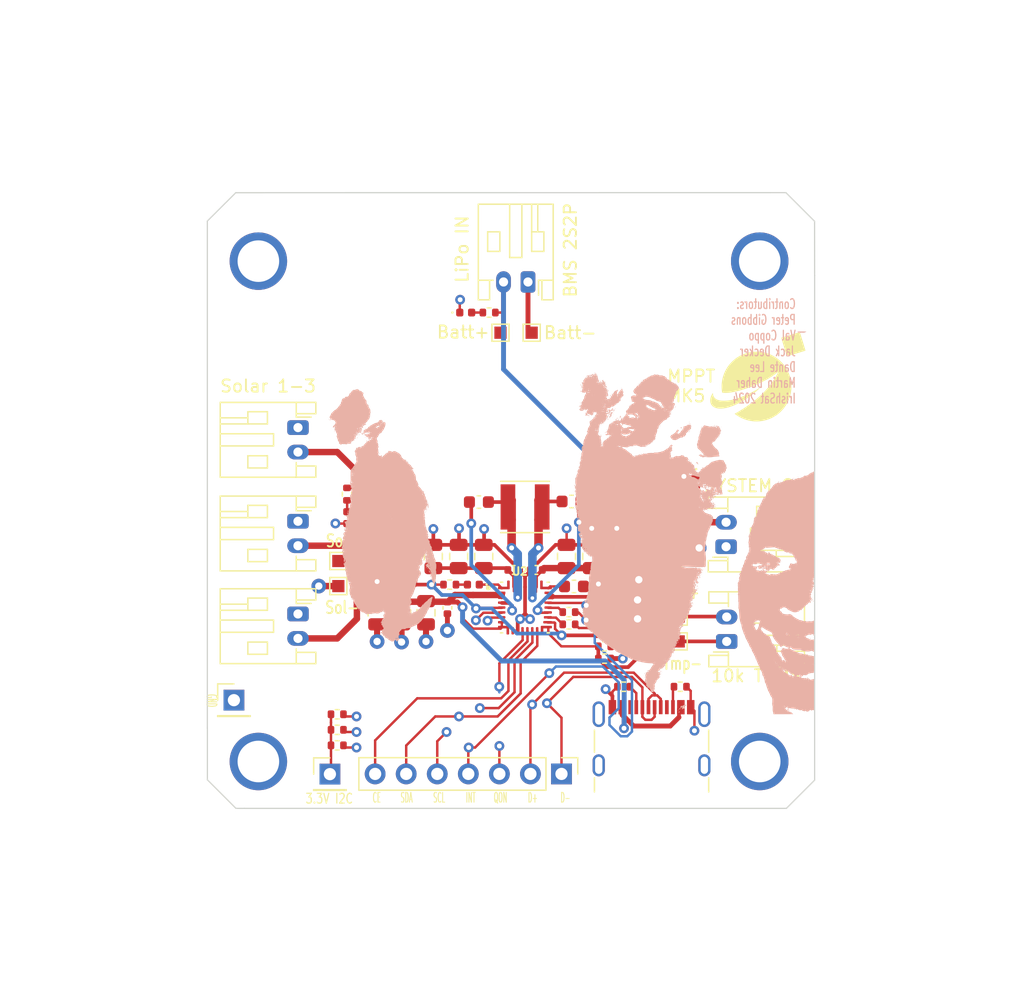
<source format=kicad_pcb>
(kicad_pcb (version 20240108) (generator "pcbnew") (generator_version "8.0")
  (layers (0 "F.Cu" mixed) (1 "In1.Cu" power "GND") (2 "In2.Cu" mixed "Mix") (31 "B.Cu" mixed) (34 "B.Paste" user) (35 "F.Paste" user) (36 "B.SilkS" user "B.Silkscreen") (37 "F.SilkS" user "F.Silkscreen") (38 "B.Mask" user) (39 "F.Mask" user) (44 "Edge.Cuts" user))
  (net 0 "")
  (net 1 "GND")
  (net 2 "Net-(U1-BTST1)")
  (net 3 "Net-(U1-SW1)")
  (net 4 "REGN")
  (net 5 "Net-(U1-SW2)")
  (net 6 "Net-(U1-BTST2)")
  (net 7 "SYS")
  (net 8 "Net-(U1-PMID)")
  (net 9 "Net-(U1-SDRV)")
  (net 10 "Net-(J4-Pin_2)")
  (net 11 "Net-(D1-K)")
  (net 12 "Net-(D1-A)")
  (net 13 "D-")
  (net 14 "D+")
  (net 15 "QON")
  (net 16 "INT")
  (net 17 "SCL")
  (net 18 "SDA")
  (net 19 "CE")
  (net 20 "Net-(U1-PROG)")
  (net 21 "Net-(J7-Pin_2)")
  (net 22 "Net-(U1-BATP)")
  (net 23 "Net-(R11-Pad2)")
  (net 24 "VBUS")
  (net 25 "Net-(J9-CC1)")
  (net 27 "Net-(J9-CC2)")
  (net 29 "Net-(J11-Pin_1)")
  (net 30 "Net-(D2-A)")
  (net 31 "Net-(D3-A)")
  (net 32 "Net-(D4-A)")
  (net 42 "Net-(U2-BAT-Pad22)")
  (net 49 "Net-(U2-VBUS-Pad2)")
  (footprint "Resistor_SMD:R_0402_1005Metric" (layer "F.Cu") (at 98.4484 88.5952 180)
    (property "Reference" "R8" (hide yes))
    (property "Value" "10kOhm" (hide yes))
  )
  (footprint "Connector_USB:USB_C_Receptacle_GCT_USB4105-xx-A_16P_TopMnt_Horizontal" (layer "F.Cu") (at 124.1552 89.154)
    (property "Reference" "J9" (hide yes))
    (property "Value" "USB_C_Receptacle_USB2.0" (hide yes))
  )
  (footprint "Capacitor_SMD:C_0805_2012Metric" (layer "F.Cu") (at 108.38 73.15 90)
    (property "Reference" "C13" (hide yes))
    (property "Value" "10uF" (hide yes))
  )
  (footprint "Resistor_SMD:R_0402_1005Metric" (layer "F.Cu") (at 121.8692 83.8 180)
    (property "Reference" "R12" (hide yes))
    (property "Value" "5.1kOhm" (hide yes))
  )
  (footprint "TestPoint:TestPoint_Pad_1.0x1.0mm" (layer "F.Cu") (at 126.375 78.063)
    (property "Reference" "TP6" (hide yes))
    (property "Value" "Therm-" (hide yes))
  )
  (footprint "Resistor_SMD:R_0402_1005Metric" (layer "F.Cu") (at 120.31 79.5)
    (property "Reference" "R11" (hide yes))
    (property "Value" "3.24k" (hide yes))
  )
  (footprint "Capacitor_SMD:C_0603_1608Metric" (layer "F.Cu") (at 103.76 75.2 180)
    (property "Reference" "C6" (hide yes))
    (property "Value" "4.7uF" (hide yes))
  )
  (footprint "Connector_PinHeader_2.54mm:PinHeader_1x01_P2.54mm_Vertical" (layer "F.Cu") (at 97.85 90.95)
    (property "Reference" "J11" (hide yes))
    (property "Value" "Conn_01x01_Pin" (hide yes))
  )
  (footprint "TestPoint:TestPoint_Pad_1.0x1.0mm" (layer "F.Cu") (at 98.54 73.52)
    (property "Reference" "TP7" (hide yes))
    (property "Value" "Solar+" (hide yes))
  )
  (footprint "Capacitor_SMD:C_0603_1608Metric" (layer "F.Cu") (at 120.86 78.25)
    (property "Reference" "C18" (hide yes))
    (property "Value" "10uF" (hide yes))
  )
  (footprint "Capacitor_SMD:C_0805_2012Metric" (layer "F.Cu") (at 110.43 73.15 90)
    (property "Reference" "C14" (hide yes))
    (property "Value" "10uF" (hide yes))
  )
  (footprint "LED_SMD:LED_0402_1005Metric" (layer "F.Cu") (at 108.955 53.2)
    (property "Reference" "D2" (hide yes))
    (property "Value" "LED" (hide yes))
  )
  (footprint "Capacitor_SMD:C_0805_2012Metric" (layer "F.Cu") (at 119.26 73.15 90)
    (property "Reference" "C9" (hide yes))
    (property "Value" "10uF" (hide yes))
  )
  (footprint "folder:IrishSat" (layer "F.Cu") (at 132.85 58.45)
    (property "Reference" "G***" (hide yes))
    (property "Value" "LOGO" (hide yes))
  )
  (footprint "Resistor_SMD:R_0402_1005Metric" (layer "F.Cu") (at 120.31 81.5)
    (property "Reference" "R6" (hide yes))
    (property "Value" "30.31kOhm" (hide yes))
  )
  (footprint "Inductor_SMD:L_Taiyo-Yuden_NR-40xx" (layer "F.Cu") (at 113.81 69.1)
    (property "Reference" "L1" (hide yes))
    (property "Value" "1uH")
  )
  (footprint "Resistor_SMD:R_0402_1005Metric" (layer "F.Cu") (at 117.4 78.7)
    (property "Reference" "R7" (hide yes))
    (property "Value" "100 Ohm" (hide yes))
  )
  (footprint "MountingHole:MountingHole_2.7mm_M2.5_DIN965_Pad" (layer "F.Cu") (at 133 89.916)
    (property "Reference" "REF**" (hide yes))
    (property "Value" "MountingHole_2.7mm_M2.5_DIN965_Pad" (hide yes))
  )
  (footprint "Connector_JST:JST_PH_S2B-PH-K_1x02_P2.00mm_Horizontal" (layer "F.Cu") (at 95.24 70.27 -90)
    (property "Reference" "J2" (hide yes))
    (property "Value" "Solar 2" (hide yes))
  )
  (footprint "Capacitor_SMD:C_0603_1608Metric" (layer "F.Cu") (at 110.035 68.7)
    (property "Reference" "C5" (hide yes))
    (property "Value" "47nF" (hide yes))
  )
  (footprint "LED_SMD:LED_0402_1005Metric" (layer "F.Cu") (at 109.5825 75.45 180)
    (property "Reference" "D1" (hide yes))
    (property "Value" "LED" (hide yes))
  )
  (footprint "TestPoint:TestPoint_Pad_1.0x1.0mm" (layer "F.Cu") (at 126.375 80.095)
    (property "Reference" "TP5" (hide yes))
    (property "Value" "Therm+" (hide yes))
  )
  (footprint "Resistor_SMD:R_0402_1005Metric" (layer "F.Cu") (at 98.4484 86.0552 180)
    (property "Reference" "R10" (hide yes))
    (property "Value" "10kOhm" (hide yes))
  )
  (footprint "TestPoint:TestPoint_Pad_1.0x1.0mm" (layer "F.Cu") (at 104.26 73.35)
    (property "Reference" "TP9" (hide yes))
    (property "Value" "REGN Test" (hide yes))
  )
  (footprint "Resistor_SMD:R_0402_1005Metric" (layer "F.Cu") (at 107.65 75.45 180)
    (property "Reference" "R1" (hide yes))
    (property "Value" "2.2kOhm" (hide yes))
  )
  (footprint "Resistor_SMD:R_0402_1005Metric" (layer "F.Cu") (at 117.4 77.7)
    (property "Reference" "R2" (hide yes))
    (property "Value" "8.2kOhm" (hide yes))
  )
  (footprint "Capacitor_SMD:C_0805_2012Metric" (layer "F.Cu") (at 117.2 73.15 90)
    (property "Reference" "C8" (hide yes))
    (property "Value" "10uF" (hide yes))
  )
  (footprint "TestPoint:TestPoint_Pad_1.0x1.0mm" (layer "F.Cu") (at 98.54 75.57)
    (property "Reference" "TP8" (hide yes))
    (property "Value" "Solar-" (hide yes))
  )
  (footprint "Resistor_SMD:R_0402_1005Metric" (layer "F.Cu") (at 98.4484 87.3252 180)
    (property "Reference" "R9" (hide yes))
    (property "Value" "10kOhm" (hide yes))
  )
  (footprint "Resistor_SMD:R_0402_1005Metric" (layer "F.Cu") (at 120.31 80.5 180)
    (property "Reference" "R5" (hide yes))
    (property "Value" "2k" (hide yes))
  )
  (footprint "Connector_JST:JST_PH_S2B-PH-K_1x02_P2.00mm_Horizontal" (layer "F.Cu") (at 95.24 77.85 -90)
    (property "Reference" "J3" (hide yes))
    (property "Value" "Solar 3" (hide yes))
  )
  (footprint "Connector_PinHeader_2.54mm:PinHeader_1x01_P2.54mm_Vertical" (layer "F.Cu") (at 90 84.9)
    (property "Reference" "J10" (hide yes))
    (property "Value" "Conn_GND_Pin" (hide yes))
  )
  (footprint "Capacitor_SMD:C_0603_1608Metric" (layer "F.Cu") (at 117.61 68.65)
    (property "Reference" "C7" (hide yes))
    (property "Value" "47nF" (hide yes))
  )
  (footprint "LED_SMD:LED_0402_1005Metric" (layer "F.Cu") (at 127.8 67.1 -90)
    (property "Reference" "D3" (hide yes))
    (property "Value" "LED" (hide yes))
  )
  (footprint "Capacitor_SMD:C_0603_1608Metric" (layer "F.Cu") (at 117.81 75.6)
    (property "Reference" "C16" (hide yes))
    (property "Value" "1nF" (hide yes))
  )
  (footprint "Resistor_SMD:R_0402_1005Metric" (layer "F.Cu") (at 126.5 83.8)
    (property "Reference" "R13" (hide yes))
    (property "Value" "5.1kOhm" (hide yes))
  )
  (footprint "LED_SMD:LED_0402_1005Metric" (layer "F.Cu") (at 99.26 69.975 90)
    (property "Reference" "D4" (hide yes))
    (property "Value" "LED" (hide yes))
  )
  (footprint "Resistor_SMD:R_0402_1005Metric" (layer "F.Cu") (at 110.87 53.2)
    (property "Reference" "R3" (hide yes))
    (property "Value" "2.2kOhm" (hide yes))
  )
  (footprint "Resistor_SMD:R_0402_1005Metric" (layer "F.Cu") (at 99.25 68.05 90)
    (property "Reference" "R14" (hide yes))
    (property "Value" "2.2kOhm" (hide yes))
  )
  (footprint "TestPoint:TestPoint_Pad_1.0x1.0mm" (layer "F.Cu") (at 114.35 54.85)
    (property "Reference" "TP2" (hide yes))
    (property "Value" "Batt-")
  )
  (footprint "Capacitor_SMD:C_0805_2012Metric" (layer "F.Cu") (at 106.31 73.15 90)
    (property "Reference" "C12" (hide yes))
    (property "Value" "10uF" (hide yes))
  )
  (footprint "MountingHole:MountingHole_2.7mm_M2.5_DIN965_Pad" (layer "F.Cu") (at 92 89.916)
    (property "Reference" "REF**" (hide yes))
    (property "Value" "MountingHole_2.7mm_M2.5_DIN965_Pad" (hide yes))
  )
  (footprint "Connector_PinHeader_2.54mm:PinHeader_1x07_P2.54mm_Vertical" (layer "F.Cu") (at 116.7892 90.932 -90)
    (property "Reference" "J6" (hide yes))
    (property "Value" "Conn_01x07" (hide yes))
  )
  (footprint "Capacitor_SMD:C_0402_1005Metric" (layer "F.Cu") (at 114.74 74.25 180)
    (property "Reference" "C11" (hide yes))
    (property "Value" "0.1uF" (hide yes))
  )
  (footprint "Capacitor_SMD:C_0805_2012Metric" (layer "F.Cu") (at 101.71 77.75 90)
    (property "Reference" "C4" (hide yes))
    (property "Value" "10uF" (hide yes))
  )
  (footprint "MountingHole:MountingHole_2.7mm_M2.5_DIN965_Pad" (layer "F.Cu") (at 92 48.9966)
    (property "Reference" "REF**" (hide yes))
    (property "Value" "MountingHole_2.7mm_M2.5_DIN965_Pad" (hide yes))
  )
  (footprint "BQ25798RQMR:IC_BQ25798RQMR" (layer "F.Cu") (at 113.8 77.325)
    (property "Reference" "U2")
    (property "Value" "BQ25798RQMR")
  )
  (footprint "Connector_JST:JST_PH_S2B-PH-K_1x02_P2.00mm_Horizontal" (layer "F.Cu") (at 114.05 50.7 180)
    (property "Reference" "J4" (hide yes))
    (property "Value" "LiPo" (hide yes))
  )
  (footprint "Connector_JST:JST_PH_S2B-PH-K_1x02_P2.00mm_Horizontal" (layer "F.Cu") (at 130.3 80.1 90)
    (property "Reference" "J7" (hide yes))
    (property "Value" "10kOhm Thermistor" (hide yes))
  )
  (footprint "Capacitor_SMD:C_0805_2012Metric" (layer "F.Cu") (at 105.71 77.75 90)
    (property "Reference" "C2" (hide yes))
    (property "Value" "10uF" (hide yes))
  )
  (footprint "Connector_JST:JST_PH_S2B-PH-K_1x02_P2.00mm_Horizontal" (layer "F.Cu") (at 95.24 62.61 -90)
    (property "Reference" "J1" (hide yes))
    (property "Value" "Solar 1" (hide yes))
  )
  (footprint "Connector_JST:JST_PH_S2B-PH-K_1x02_P2.00mm_Horizontal" (layer "F.Cu") (at 130.25 72.35 90)
    (property "Reference" "J8" (hide yes))
    (property "Value" "System" (hide yes))
  )
  (footprint "Capacitor_SMD:C_0603_1608Metric" (layer "F.Cu") (at 120.86 76.7)
    (property "Reference" "C17" (hide yes))
    (property "Value" "10uF" (hide yes))
  )
  (footprint "Resistor_SMD:R_0402_1005Metric" (layer "F.Cu") (at 127.8 69.04 -90)
    (property "Reference" "R4" (hide yes))
    (property "Value" "2.2kOhm" (hide yes))
  )
  (footprint "TestPoint:TestPoint_Pad_1.0x1.0mm" (layer "F.Cu") (at 111.8 54.85)
    (property "Reference" "TP1" (hide yes))
    (property "Value" "Batt+")
  )
  (footprint "Capacitor_SMD:C_0805_2012Metric" (layer "F.Cu") (at 103.71 77.75 90)
    (property "Reference" "C3" (hide yes))
    (property "Value" "0.1uF" (hide yes))
  )
  (footprint "Capacitor_SMD:C_0402_1005Metric" (layer "F.Cu") (at 107.46 77.35 -90)
    (property "Reference" "C1" (hide yes))
    (property "Value" "0.1uF" (hide yes))
  )
  (footprint "TestPoint:TestPoint_Pad_1.0x1.0mm" (layer "F.Cu") (at 126.15 70.35)
    (property "Reference" "TP4" (hide yes))
    (property "Value" "System+" (hide yes))
  )
  (footprint "Capacitor_SMD:C_0805_2012Metric" (layer "F.Cu") (at 121.31 73.15 90)
    (property "Reference" "C10" (hide yes))
    (property "Value" "10uF" (hide yes))
  )
  (footprint "TestPoint:TestPoint_Pad_1.0x1.0mm" (layer "F.Cu") (at 126.15 72.45)
    (property "Reference" "TP3" (hide yes))
    (property "Value" "System-" (hide yes))
  )
  (footprint "MountingHole:MountingHole_2.7mm_M2.5_DIN965_Pad" (layer "F.Cu") (at 133 48.9966)
    (property "Reference" "REF**" (hide yes))
    (property "Value" "MountingHole_2.7mm_M2.5_DIN965_Pad" (hide yes))
  )
  (footprint "Capacitor_SMD:C_0402_1005Metric" (layer "F.Cu") (at 112.88 74.25)
    (property "Reference" "C15" (hide yes))
    (property "Value" "0.1uF" (hide yes))
  )
  (footprint "LOGO" (layer "B.Cu") (at 117.450447 70.4 180)
    (property "Reference" "G***" (hide yes))
    (property "Value" "LOGO" (hide yes))
  )
  (gr_line (start 137.48665 45.73665) (end 135.14161 43.39413) (stroke (width 0.1)) (layer "Edge.Cuts"))
  (gr_line (start 90.1684 93.7514) (end 90.8558 93.7514) (stroke (width 0.1)) (layer "Edge.Cuts"))
  (gr_line (start 137.4902 50.165) (end 137.48665 45.73665) (stroke (width 0.1)) (layer "Edge.Cuts"))
  (gr_line (start 90.15 43.4) (end 135.14161 43.39413) (stroke (width 0.1)) (layer "Edge.Cuts"))
  (gr_line (start 87.8316 87.1906) (end 87.8316 91.4146) (stroke (width 0.1)) (layer "Edge.Cuts"))
  (gr_line (start 137.4902 50.165) (end 137.4902 91.44) (stroke (width 0.1)) (layer "Edge.Cuts"))
  (gr_line (start 135.1788 93.7514) (end 137.4902 91.44) (stroke (width 0.1)) (layer "Edge.Cuts"))
  (gr_line (start 87.82826 45.71539) (end 90.15 43.4) (stroke (width 0.1)) (layer "Edge.Cuts"))
  (gr_line (start 90.1684 93.7514) (end 87.8316 91.4146) (stroke (width 0.1)) (layer "Edge.Cuts"))
  (gr_line (start 135.1788 93.7514) (end 90.8558 93.7514) (stroke (width 0.1)) (layer "Edge.Cuts"))
  (gr_line (start 87.82826 45.71539) (end 87.82826 87.1906) (stroke (width 0.1)) (layer "Edge.Cuts"))
  (gr_text "Contributors:\nPeter Gibbons\nVal Coppo\nJack Decker\nDante Lee\nMartin Daher\nIrishSat 2024" (at 136 60.7 0) (layer "B.SilkS") (effects (font (size 0.8 0.5) (thickness 0.1) (bold yes)) (justify left bottom mirror)))
  (gr_text "QON" (at 111.2012 93.345 0) (layer "F.SilkS") (effects (font (size 0.8 0.35) (thickness 0.08) (bold yes)) (justify left bottom)))
  (gr_text "SCL" (at 106.2482 93.345 0) (layer "F.SilkS") (effects (font (size 0.8 0.35) (thickness 0.08) (bold yes)) (justify left bottom)))
  (gr_text "3.3V I2C" (at 97.8 92.95 0) (layer "F.SilkS") (effects (font (size 0.8 0.6) (thickness 0.1) (bold yes))))
  (gr_text "LiPo IN\n" (at 109.25 50.85 90) (layer "F.SilkS") (effects (font (size 1 1)) (justify left bottom)))
  (gr_text "Solar 1-3" (at 88.79 59.8 0) (layer "F.SilkS") (effects (font (size 1 1)) (justify left bottom)))
  (gr_text "Sol-" (at 98.84 77.32 0) (layer "F.SilkS") (effects (font (size 1 0.75))))
  (gr_text "SYSTEM Out\n" (at 128.35 67.95 0) (layer "F.SilkS") (effects (font (size 1 1)) (justify left bottom)))
  (gr_text "Sol+" (at 98.89 71.87 0) (layer "F.SilkS") (effects (font (size 1 0.75))))
  (gr_text "Sys+" (at 125.95 68.4 0) (layer "F.SilkS") (effects (font (size 1 0.75))))
  (gr_text "SDA\n" (at 103.5812 93.345 0) (layer "F.SilkS") (effects (font (size 0.8 0.35) (thickness 0.08) (bold yes)) (justify left bottom)))
  (gr_text "GND" (at 87.7 84.35 -90) (layer "F.SilkS") (effects (font (size 0.8 0.35) (thickness 0.08) (bold yes)) (justify left bottom)))
  (gr_text "INT" (at 108.9152 93.345 0) (layer "F.SilkS") (effects (font (size 0.8 0.35) (thickness 0.08) (bold yes)) (justify left bottom)))
  (gr_text "REGN" (at 103.9 71.75 0) (layer "F.SilkS") (effects (font (size 1 0.75))))
  (gr_text "Sys-" (at 126.3 74.15 0) (layer "F.SilkS") (effects (font (size 1 0.75))))
  (gr_text "D+" (at 113.9952 93.345 0) (layer "F.SilkS") (effects (font (size 0.8 0.35) (thickness 0.08) (bold yes)) (justify left bottom)))
  (gr_text "Tmp-" (at 126.675 81.895 0) (layer "F.SilkS") (effects (font (size 1 0.75))))
  (gr_text "MPPT\nMK5\n" (at 125.35 60.6 0) (layer "F.SilkS") (effects (font (size 1 1)) (justify left bottom)))
  (gr_text "10k THMS\n" (at 128.9466 83.495 0) (layer "F.SilkS") (effects (font (size 1 1)) (justify left bottom)))
  (gr_text "Tmp+" (at 126.475 76.095 0) (layer "F.SilkS") (effects (font (size 1 0.75))))
  (gr_text "BMS 2S2P" (at 118.1 52.05 90) (layer "F.SilkS") (effects (font (size 1 1)) (justify left bottom)))
  (gr_text "CE " (at 101.2952 93.345 0) (layer "F.SilkS") (effects (font (size 0.8 0.35) (thickness 0.08) (bold yes)) (justify left bottom)))
  (gr_text "D-" (at 116.6622 93.345 0) (layer "F.SilkS") (effects (font (size 0.8 0.35) (thickness 0.08) (bold yes)) (justify left bottom)))
  (segment (start 120.9552 84.5552) (end 120.9552 84.204) (width 0.2) (layer "F.Cu") (net 1))
  (segment (start 116.31 72.2) (end 114.26 74.25) (width 0.3) (layer "F.Cu") (net 1))
  (segment (start 127.8 66.615) (end 126.815 66.615) (width 0.2) (layer "F.Cu") (net 1))
  (segment (start 114.05 54.55) (end 114.35 54.85) (width 0.4) (layer "F.Cu") (net 1))
  (segment (start 102.985 75.2) (end 101.71 75.2) (width 0.3) (layer "F.Cu") (net 1))
  (segment (start 120.9552 84.204) (end 121.3592 83.8) (width 0.2) (layer "F.Cu") (net 1))
  (segment (start 121.635 76.7) (end 123.01 76.7) (width 0.4) (layer "F.Cu") (net 1))
  (segment (start 114.212044 78.27066) (end 114.212044 78.221841) (width 0.3) (layer "F.Cu") (net 1))
  (segment (start 126.1754 72.4754) (end 126.15 72.45) (width 0.2) (layer "F.Cu") (net 1))
  (segment (start 96.94 75.57) (end 98.54 75.57) (width 0.525) (layer "F.Cu") (net 1))
  (segment (start 113.81 74.77) (end 114.23 74.35) (width 0.3) (layer "F.Cu") (net 1))
  (segment (start 117.2 72.2) (end 116.31 72.2) (width 0.3) (layer "F.Cu") (net 1))
  (segment (start 121.635 78.25) (end 123.01 78.25) (width 0.4) (layer "F.Cu") (net 1))
  (segment (start 121.8 81.5) (end 120.82 81.5) (width 0.4) (layer "F.Cu") (net 1))
  (segment (start 103.71 78.8) (end 103.71 80.15) (width 0.5) (layer "F.Cu") (net 1))
  (segment (start 113.402439 78.260955) (end 113.402439 78.23384) (width 0.3) (layer "F.Cu") (net 1))
  (segment (start 126.815 66.615) (end 126.8 66.6) (width 0.2) (layer "F.Cu") (net 1))
  (segment (start 101.71 78.75) (end 101.71 80.1) (width 0.5) (layer "F.Cu") (net 1))
  (segment (start 119.26 72.15) (end 119.26 70.85) (width 0.2) (layer "F.Cu") (net 1))
  (segment (start 98.31 70.46) (end 98.3 70.45) (width 0.2) (layer "F.Cu") (net 1))
  (segment (start 99.26 70.46) (end 98.31 70.46) (width 0.2) (layer "F.Cu") (net 1))
  (segment (start 127.6604 85.7792) (end 127.6604 87.397) (width 0.2) (layer "F.Cu") (net 1))
  (segment (start 113.81 75.65) (end 113.81 77.819797) (width 0.3) (layer "F.Cu") (net 1))
  (segment (start 113.36 74.25) (end 113.36 74.32) (width 0.2) (layer "F.Cu") (net 1))
  (segment (start 113.21 79.25) (end 112.81 79.25) (width 0.25) (layer "F.Cu") (net 1))
  (segment (start 127.01 83.8) (end 127.3552 84.1452) (width 0.2) (layer "F.Cu") (net 1))
  (segment (start 121.31 72.15) (end 121.31 70.85) (width 0.2) (layer "F.Cu") (net 1))
  (segment (start 113.21 79.25) (end 113.21 78.453394) (width 0.3) (layer "F.Cu") (net 1))
  (segment (start 113.36 74.32) (end 113.81 74.77) (width 0.3) (layer "F.Cu") (net 1))
  (segment (start 110.43 72.2) (end 111.31 72.2) (width 0.3) (layer "F.Cu") (net 1))
  (segment (start 118.8 78.349003) (end 118.150997 77.7) (width 0.2) (layer "F.Cu") (net 1))
  (segment (start 127.3552 84.1452) (end 127.3552 85.474) (width 0.2) (layer "F.Cu") (net 1))
  (segment (start 117.21 72.15) (end 117.21 70.85) (width 0.2) (layer "F.Cu") (net 1))
  (segment (start 121.635 78.25) (end 121.635 76.7) (width 0.4) (layer "F.Cu") (net 1))
  (segment (start 108.38 72.2) (end 110.43 72.2) (width 0.3) (layer "F.Cu") (net 1))
  (segment (start 105.71 78.75) (end 105.71 80.1) (width 0.5) (layer "F.Cu") (net 1))
  (segment (start 114.05 50.7) (end 114.05 54.55) (width 0.4) (layer "F.Cu") (net 1))
  (segment (start 113.982431 77.992228) (end 113.813241 77.823038) (width 0.2) (layer "F.Cu") (net 1))
  (segment (start 119.61 75.6) (end 119.81 75.4) (width 0.2) (layer "F.Cu") (net 1))
  (segment (start 113.81 74.95) (end 113.81 74.77) (width 0.3) (layer "F.Cu") (net 1))
  (segment (start 130.295 80.095) (end 126.375 80.095) (width 0.3) (layer "F.Cu") (net 1))
  (segment (start 106.31 72.2) (end 108.38 72.2) (width 0.3) (layer "F.Cu") (net 1))
  (segment (start 113.81 75.65) (end 113.81 74.95) (width 0.3) (layer "F.Cu") (net 1))
  (segment (start 113.21 78.453394) (end 113.402439 78.260955) (width 0.3) (layer "F.Cu") (net 1))
  (segment (start 106.31 72.2) (end 106.31 70.9) (width 0.3) (layer "F.Cu") (net 1))
  (segment (start 121.31 72.2) (end 119.26 72.2) (width 0.3) (layer "F.Cu") (net 1))
  (segment (start 113.402439 78.23384) (end 113.813241 77.823038) (width 0.3) (layer "F.Cu") (net 1))
  (segment (start 111.31 72.2) (end 113.36 74.25) (width 0.3) (layer "F.Cu") (net 1))
  (segment (start 108.47 53.2) (end 108.47 52.18) (width 0.2) (layer "F.Cu") (net 1))
  (segment (start 128.05 72.45) (end 126.15 72.45) (width 0.7) (layer "F.Cu") (net 1))
  (segment (start 117.2 72.2) (end 119.26 72.2) (width 0.3) (layer "F.Cu") (net 1))
  (segment (start 110.46 72.2) (end 110.46 70.9) (width 0.3) (layer "F.Cu") (net 1))
  (segment (start 113.644051 77.992228) (end 113.813241 77.823038) (width 0.2) (layer "F.Cu") (net 1))
  (segment (start 107.46 77.875) (end 107.46 79.2) (width 0.4) (layer "F.Cu") (net 1))
  (segment (start 108.41 72.15) (end 108.41 70.85) (width 0.3) (layer "F.Cu") (net 1))
  (segment (start 127.3552 85.474) (end 127.6604 85.7792) (width 0.2) (layer "F.Cu") (net 1))
  (segment (start 120.9552 84.5552) (end 120.9552 85.409) (width 0.3) (layer "F.Cu") (net 1))
  (segment (start 114.212044 78.221841) (end 113.813241 77.823038) (width 0.3) (layer "F.Cu") (net 1))
  (segment (start 120.4 84) (end 120.9552 84.5552) (width 0.3) (layer "F.Cu") (net 1))
  (segment (start 118.585 75.6) (end 119.61 75.6) (width 0.2) (layer "F.Cu") (net 1))
  (segment (start 108.47 52.18) (end 108.5 52.15) (width 0.2) (layer "F.Cu") (net 1))
  (via (at 108.41 70.85) (size 0.8) (drill 0.4) (layers "F.Cu" "B.Cu") (net 1))
  (via (at 108.5 52.15) (size 0.8) (drill 0.4) (layers "F.Cu" "B.Cu") (net 1))
  (via (at 105.71 80.1) (size 1.2) (drill 0.6) (layers "F.Cu" "B.Cu") (net 1))
  (via (at 123.01 76.7) (size 1.2) (drill 0.6) (layers "F.Cu" "B.Cu") (net 1))
  (via (at 103.71 80.15) (size 1.2) (drill 0.6) (layers "F.Cu" "B.Cu") (net 1))
  (via (at 120.4 84) (size 0.8) (drill 0.4) (layers "F.Cu" "B.Cu") (net 1))
  (via (at 123.01 78.25) (size 1.2) (drill 0.6) (layers "F.Cu" "B.Cu") (net 1))
  (via (at 113.402439 78.260955) (size 0.8) (drill 0.4) (layers "F.Cu" "B.Cu") (net 1))
  (via (at 96.94 75.57) (size 1.2) (drill 0.6) (layers "F.Cu" "B.Cu") (net 1))
  (via (at 107.46 79.2) (size 1.2) (drill 0.6) (layers "F.Cu" "B.Cu") (net 1))
  (via (at 106.31 70.9) (size 0.8) (drill 0.4) (layers "F.Cu" "B.Cu") (net 1))
  (via (at 114.212044 78.27066) (size 0.8) (drill 0.4) (layers "F.Cu" "B.Cu") (net 1))
  (via (at 110.46 70.9) (size 0.8) (drill 0.4) (layers "F.Cu" "B.Cu") (net 1))
  (via (at 126.8 66.6) (size 0.8) (drill 0.4) (layers "F.Cu" "B.Cu") (net 1))
  (via (at 119.81 75.4) (size 0.8) (drill 0.4) (layers "F.Cu" "B.Cu") (net 1))
  (via (at 101.71 80.1) (size 1.2) (drill 0.6) (layers "F.Cu" "B.Cu") (net 1))
  (via (at 119.26 70.85) (size 0.8) (drill 0.4) (layers "F.Cu" "B.Cu") (net 1))
  (via (at 121.8 81.5) (size 0.8) (drill 0.4) (layers "F.Cu" "B.Cu") (net 1))
  (via (at 117.21 70.85) (size 0.8) (drill 0.4) (layers "F.Cu" "B.Cu") (net 1))
  (via (at 98.3 70.45) (size 0.8) (drill 0.4) (layers "F.Cu" "B.Cu") (net 1))
  (via (at 127.6604 87.397) (size 0.8) (drill 0.4) (layers "F.Cu" "B.Cu") (net 1))
  (via (at 101.71 75.2) (size 0.8) (drill 0.4) (layers "F.Cu" "B.Cu") (net 1))
  (via (at 128.05 72.45) (size 1.2) (drill 0.6) (layers "F.Cu" "B.Cu") (net 1))
  (via (at 121.31 70.85) (size 0.8) (drill 0.4) (layers "F.Cu" "B.Cu") (net 1))
  (via (at 118.8 78.349003) (size 0.8) (drill 0.4) (layers "F.Cu" "B.Cu") (net 1))
  (segment (start 109.41 70.45) (end 109.41 68.85) (width 0.3) (layer "F.Cu") (net 2))
  (segment (start 112.753696 77.193696) (end 112.51 76.95) (width 0.3) (layer "F.Cu") (net 2))
  (segment (start 109.41 68.85) (end 109.26 68.7) (width 0.3) (layer "F.Cu") (net 2))
  (segment (start 112.51 76.95) (end 111.91 76.95) (width 0.3) (layer "F.Cu") (net 2))
  (segment (start 112.753696 77.566958) (end 112.753696 77.193696) (width 0.3) (layer "F.Cu") (net 2))
  (via (at 109.41 70.45) (size 0.8) (drill 0.4) (layers "F.Cu" "B.Cu") (net 2))
  (via (at 112.753696 77.566958) (size 0.8) (drill 0.4) (layers "F.Cu" "B.Cu") (net 2))
  (segment (start 112.753696 77.566958) (end 112.753696 77.178724) (width 0.3) (layer "B.Cu") (net 2))
  (segment (start 112.753696 77.178724) (end 111.11 75.535028) (width 0.3) (layer "B.Cu") (net 2))
  (segment (start 109.41 73.85) (end 109.41 70.45) (width 0.3) (layer "B.Cu") (net 2))
  (segment (start 111.11 75.535028) (end 111.095028 75.535028) (width 0.2) (layer "B.Cu") (net 2))
  (segment (start 111.095028 75.535028) (end 109.41 73.85) (width 0.3) (layer "B.Cu") (net 2))
  (segment (start 111.96 68.7) (end 112.41 68.25) (width 0.2) (layer "F.Cu") (net 3))
  (segment (start 112.71 68.55) (end 112.41 68.25) (width 0.7) (layer "F.Cu") (net 3))
  (segment (start 113.2105 76.501845) (end 113.36 76.352345) (width 0.3) (layer "F.Cu") (net 3))
  (segment (start 112.71 72.45) (end 112.71 70.15) (width 0.7) (layer "F.Cu") (net 3))
  (segment (start 110.81 68.7) (end 111.96 68.7) (width 0.3) (layer "F.Cu") (net 3))
  (segment (start 112.71 70.15) (end 112.71 68.55) (width 0.7) (layer "F.Cu") (net 3))
  (segment (start 113.36 76.352345) (end 113.36 75.65) (width 0.3) (layer "F.Cu") (net 3))
  (via (at 113.2105 76.501845) (size 0.5) (drill 0.3) (layers "F.Cu" "B.Cu") (net 3))
  (via (at 112.71 72.45) (size 0.8) (drill 0.4) (layers "F.Cu" "B.Cu") (net 3))
  (segment (start 113.2105 76.501845) (end 113.21 76.501345) (width 0.7) (layer "B.Cu") (net 3))
  (segment (start 113.21 72.95) (end 112.71 72.45) (width 0.7) (layer "B.Cu") (net 3))
  (segment (start 113.21 76.501345) (end 113.21 72.95) (width 0.7) (layer "B.Cu") (net 3))
  (segment (start 116.265 79.075) (end 116.265 78.605) (width 0.2) (layer "F.Cu") (net 4))
  (segment (start 106.16 75.45) (end 107.14 75.45) (width 0.2) (layer "F.Cu") (net 4))
  (segment (start 109.85 77.35) (end 111.91 77.35) (width 0.2) (layer "F.Cu") (net 4))
  (segment (start 116.265 78.605) (end 116.21 78.55) (width 0.2) (layer "F.Cu") (net 4))
  (segment (start 104.535 73.625) (end 104.26 73.35) (width 0.2) (layer "F.Cu") (net 4))
  (segment (start 106.16 75.45) (end 104.785 75.45) (width 0.3) (layer "F.Cu") (net 4))
  (segment (start 109.8 77.4) (end 109.85 77.35) (width 0.2) (layer "F.Cu") (net 4))
  (segment (start 116.275 79.075) (end 116.265 79.075) (width 0.2) (layer "F.Cu") (net 4))
  (segment (start 116.8 79.6) (end 116.275 79.075) (width 0.2) (layer "F.Cu") (net 4))
  (segment (start 116.21 78.55) (end 115.66 78.55) (width 0.2) (layer "F.Cu") (net 4))
  (segment (start 104.785 75.45) (end 104.535 75.2) (width 0.3) (layer "F.Cu") (net 4))
  (segment (start 104.535 75.2) (end 104.535 73.625) (width 0.3) (layer "F.Cu") (net 4))
  (segment (start 116.8 79.6) (end 119.7 79.6) (width 0.3) (layer "F.Cu") (net 4))
  (segment (start 119.7 79.6) (end 119.8 79.5) (width 0.3) (layer "F.Cu") (net 4))
  (via (at 109.8 77.4) (size 0.8) (drill 0.4) (layers "F.Cu" "B.Cu") (net 4))
  (via (at 106.16 75.45) (size 0.8) (drill 0.4) (layers "F.Cu" "B.Cu") (net 4))
  (via (at 116.8 79.6) (size 0.8) (drill 0.4) (layers "F.Cu" "B.Cu") (net 4))
  (segment (start 116.8 79.6) (end 116.65 79.45) (width 0.3) (layer "B.Cu") (net 4))
  (segment (start 109.8 77.4) (end 108.7 76.3) (width 0.3) (layer "B.Cu") (net 4))
  (segment (start 113.140761 79.45) (end 111.090761 77.4) (width 0.3) (layer "B.Cu") (net 4))
  (segment (start 108.7 76.3) (end 107.01 76.3) (width 0.3) (layer "B.Cu") (net 4))
  (segment (start 116.65 79.45) (end 113.140761 79.45) (width 0.3) (layer "B.Cu") (net 4))
  (segment (start 111.090761 77.4) (end 109.8 77.4) (width 0.3) (layer "B.Cu") (net 4))
  (segment (start 107.01 76.3) (end 106.16 75.45) (width 0.3) (layer "B.Cu") (net 4))
  (segment (start 114.91 72.45) (end 114.91 70.15) (width 0.7) (layer "F.Cu") (net 5))
  (segment (start 114.4095 76.552047) (end 114.26 76.402547) (width 0.3) (layer "F.Cu") (net 5))
  (segment (start 114.26 76.402547) (end 114.26 75.65) (width 0.3) (layer "F.Cu") (net 5))
  (segment (start 114.91 70.15) (end 114.91 68.55) (width 0.7) (layer "F.Cu") (net 5))
  (segment (start 116.835 68.65) (end 115.61 68.65) (width 0.3) (layer "F.Cu") (net 5))
  (segment (start 115.61 68.65) (end 115.21 68.25) (width 0.2) (layer "F.Cu") (net 5))
  (segment (start 114.91 68.55) (end 115.21 68.25) (width 0.7) (layer "F.Cu") (net 5))
  (via (at 114.91 72.45) (size 0.8) (drill 0.4) (layers "F.Cu" "B.Cu") (net 5))
  (via (at 114.4095 76.552047) (size 0.5) (drill 0.3) (layers "F.Cu" "B.Cu") (net 5))
  (segment (start 114.41 76.551547) (end 114.41 72.95) (width 0.7) (layer "B.Cu") (net 5))
  (segment (start 114.4095 76.552047) (end 114.41 76.551547) (width 0.7) (layer "B.Cu") (net 5))
  (segment (start 114.41 72.95) (end 114.91 72.45) (width 0.7) (layer "B.Cu") (net 5))
  (segment (start 118.21 68.825) (end 118.385 68.65) (width 0.3) (layer "F.Cu") (net 6))
  (segment (start 115.041083 77.75) (end 114.831365 77.540282) (width 0.2) (layer "F.Cu") (net 6))
  (segment (start 115.6725 77.75) (end 115.041083 77.75) (width 0.2) (layer "F.Cu") (net 6))
  (segment (start 118.21 70.35) (end 118.21 68.825) (width 0.3) (layer "F.Cu") (net 6))
  (via (at 114.831365 77.540282) (size 0.8) (drill 0.4) (layers "F.Cu" "B.Cu") (net 6))
  (via (at 118.21 70.35) (size 0.8) (drill 0.4) (layers "F.Cu" "B.Cu") (net 6))
  (segment (start 114.831365 77.228635) (end 118.21 73.85) (width 0.3) (layer "B.Cu") (net 6))
  (segment (start 118.21 73.85) (end 118.21 70.35) (width 0.3) (layer "B.Cu") (net 6))
  (segment (start 114.831365 77.540282) (end 114.831365 77.228635) (width 0.3) (layer "B.Cu") (net 6))
  (segment (start 127.8 70.35) (end 126.15 70.35) (width 0.525) (layer "F.Cu") (net 7))
  (segment (start 127.8 69.55) (end 127.8 70.35) (width 0.2) (layer "F.Cu") (net 7))
  (segment (start 117.2 74.1) (end 119.26 74.1) (width 0.525) (layer "F.Cu") (net 7))
  (segment (start 114.71 74.83) (end 114.71 74.76) (width 0.2) (layer "F.Cu") (net 7))
  (segment (start 114.71 74.76) (end 115.22 74.25) (width 0.3) (layer "F.Cu") (net 7))
  (segment (start 125.06 70.35) (end 126.15 70.35) (width 0.525) (layer "F.Cu") (net 7))
  (segment (start 115.37 74.1) (end 115.22 74.25) (width 0.525) (layer "F.Cu") (net 7))
  (segment (start 123.11 72.3) (end 125.06 70.35) (width 0.525) (layer "F.Cu") (net 7))
  (segment (start 130.25 70.35) (end 127.8 70.35) (width 0.525) (layer "F.Cu") (net 7))
  (segment (start 123.11 72.3) (end 121.31 74.1) (width 0.525) (layer "F.Cu") (net 7))
  (segment (start 114.71 75.65) (end 114.71 74.83) (width 0.3) (layer "F.Cu") (net 7))
  (segment (start 119.26 74.1) (end 121.31 74.1) (width 0.525) (layer "F.Cu") (net 7))
  (segment (start 117.2 74.1) (end 115.37 74.1) (width 0.525) (layer "F.Cu") (net 7))
  (segment (start 112.91 74.76) (end 112.4 74.25) (width 0.3) (layer "F.Cu") (net 8))
  (segment (start 110.43 74.1) (end 112.25 74.1) (width 0.3) (layer "F.Cu") (net 8))
  (segment (start 108.38 74.1) (end 106.31 74.1) (width 0.3) (layer "F.Cu") (net 8))
  (segment (start 112.91 75.625) (end 112.91 74.93) (width 0.3) (layer "F.Cu") (net 8))
  (segment (start 112.25 74.1) (end 112.4 74.25) (width 0.2) (layer "F.Cu") (net 8))
  (segment (start 112.91 74.93) (end 112.91 74.76) (width 0.3) (layer "F.Cu") (net 8))
  (segment (start 110.43 74.1) (end 108.38 74.1) (width 0.3) (layer "F.Cu") (net 8))
  (segment (start 117.035 75.6) (end 115.86 75.6) (width 0.2) (layer "F.Cu") (net 9))
  (segment (start 115.86 75.6) (end 115.71 75.75) (width 0.2) (layer "F.Cu") (net 9))
  (segment (start 115.71 76.35) (end 115.71 76.15) (width 0.2) (layer "F.Cu") (net 10))
  (segment (start 120.085 78.25) (end 119.96 78.375) (width 0.3) (layer "F.Cu") (net 10))
  (segment (start 111.38 53.2) (end 112.05 53.2) (width 0.2) (layer "F.Cu") (net 10))
  (segment (start 115.71 76.55) (end 115.71 76.35) (width 0.2) (layer "F.Cu") (net 10))
  (segment (start 115.71 76.55) (end 116.06 76.55) (width 0.2) (layer "F.Cu") (net 10))
  (segment (start 118.209003 78.999003) (end 119.335997 78.999003) (width 0.2) (layer "F.Cu") (net 10))
  (segment (start 120.085 78.25) (end 120.085 77.5) (width 0.3) (layer "F.Cu") (net 10))
  (segment (start 112.05 50.7) (end 112.05 53.2) (width 0.4) (layer "F.Cu") (net 10))
  (segment (start 116.06 76.35) (end 115.71 76.35) (width 0.3) (layer "F.Cu") (net 10))
  (segment (start 112.05 53.2) (end 112.05 54.6) (width 0.4) (layer "F.Cu") (net 10))
  (segment (start 120.085 76.7) (end 119.835 76.45) (width 0.3) (layer "F.Cu") (net 10))
  (segment (start 121.736961 75.048039) (end 123.112669 75.048039) (width 0.3) (layer "F.Cu") (net 10))
  (segment (start 120.085 77.5) (end 120.085 76.7) (width 0.3) (layer "F.Cu") (net 10))
  (segment (start 119.335997 78.999003) (end 120.085 78.25) (width 0.2) (layer "F.Cu") (net 10))
  (segment (start 116.06 76.55) (end 116.16 76.45) (width 0.2) (layer "F.Cu") (net 10))
  (segment (start 117.91 78.7) (end 118.209003 78.999003) (width 0.2) (layer "F.Cu") (net 10))
  (segment (start 112.05 54.6) (end 111.8 54.85) (width 0.4) (layer "F.Cu") (net 10))
  (segment (start 119.835 76.45) (end 116.16 76.45) (width 0.3) (layer "F.Cu") (net 10))
  (segment (start 116.16 76.45) (end 116.06 76.35) (width 0.3) (layer "F.Cu") (net 10))
  (segment (start 120.085 76.7) (end 121.736961 75.048039) (width 0.3) (layer "F.Cu") (net 10))
  (via (at 123.112669 75.048039) (size 1.2) (drill 0.6) (layers "F.Cu" "B.Cu") (net 10))
  (segment (start 112.05 57.84) (end 123.11 68.9) (width 0.4) (layer "B.Cu") (net 10))
  (segment (start 123.11 68.9) (end 123.11 75.04537) (width 0.4) (layer "B.Cu") (net 10))
  (segment (start 112.05 50.7) (end 112.05 57.84) (width 0.4) (layer "B.Cu") (net 10))
  (segment (start 110.0675 75.45) (end 111.61 75.45) (width 0.2) (layer "F.Cu") (net 11))
  (segment (start 111.61 75.45) (end 111.91 75.75) (width 0.2) (layer "F.Cu") (net 11))
  (segment (start 109.0975 75.45) (end 108.16 75.45) (width 0.2) (layer "F.Cu") (net 12))
  (segment (start 124.4052 86.258) (end 124.4052 85.409) (width 0.2) (layer "F.Cu") (net 13))
  (segment (start 115.6 85.15) (end 116.7892 86.3392) (width 0.2) (layer "F.Cu") (net 13))
  (segment (start 116.7892 86.3392) (end 116.7892 90.932) (width 0.2) (layer "F.Cu") (net 13))
  (segment (start 123.6472 86.508) (end 124.1552 86.508) (width 0.2) (layer "F.Cu") (net 13))
  (segment (start 110.744245 78.4) (end 110.994245 78.15) (width 0.2) (layer "F.Cu") (net 13))
  (segment (start 124.1552 86.508) (end 124.4052 86.258) (width 0.2) (layer "F.Cu") (net 13))
  (segment (start 110.994245 78.15) (end 111.91 78.15) (width 0.2) (layer "F.Cu") (net 13))
  (segment (start 115.6 85.15) (end 117.75 83) (width 0.2) (layer "F.Cu") (net 13))
  (segment (start 123.4052 83.8552) (end 123.4052 86.266) (width 0.2) (layer "F.Cu") (net 13))
  (segment (start 117.75 83) (end 122.55 83) (width 0.2) (layer "F.Cu") (net 13))
  (segment (start 123.4052 86.266) (end 123.6472 86.508) (width 0.2) (layer "F.Cu") (net 13))
  (segment (start 122.55 83) (end 123.4052 83.8552) (width 0.2) (layer "F.Cu") (net 13))
  (via (at 110.744245 78.4) (size 0.8) (drill 0.4) (layers "F.Cu" "B.Cu") (net 13))
  (via (at 115.6 85.15) (size 0.8) (drill 0.4) (layers "F.Cu" "B.Cu") (net 13))
  (segment (start 124.195581 84.509) (end 123.9052 84.799381) (width 0.2) (layer "F.Cu") (net 14))
  (segment (start 117 82.65) (end 122.694974 82.65) (width 0.2) (layer "F.Cu") (net 14))
  (segment (start 110.404745 77.75) (end 111.91 77.75) (width 0.2) (layer "F.Cu") (net 14))
  (segment (start 114.393552 85.256448) (end 117 82.65) (width 0.2) (layer "F.Cu") (net 14))
  (segment (start 124.9052 84.799381) (end 124.614819 84.509) (width 0.2) (layer "F.Cu") (net 14))
  (segment (start 109.786639 78.368106) (end 110.404745 77.75) (width 0.2) (layer "F.Cu") (net 14))
  (segment (start 124.614819 84.509) (end 124.4092 84.509) (width 0.2) (layer "F.Cu") (net 14))
  (segment (start 114.2492 85.395164) (end 114.2492 90.932) (width 0.2) (layer "F.Cu") (net 14))
  (segment (start 122.694974 82.65) (end 124.4092 84.364226) (width 0.2) (layer "F.Cu") (net 14))
  (segment (start 124.4092 84.364226) (end 124.4092 84.509) (width 0.2) (layer "F.Cu") (net 14))
  (segment (start 123.9052 84.799381) (end 123.9052 85.409) (width 0.2) (layer "F.Cu") (net 14))
  (segment (start 124.9052 85.409) (end 124.9052 84.799381) (width 0.2) (layer "F.Cu") (net 14))
  (segment (start 114.387916 85.256448) (end 114.2492 85.395164) (width 0.2) (layer "F.Cu") (net 14))
  (segment (start 114.387916 85.256448) (end 114.393552 85.256448) (width 0.2) (layer "F.Cu") (net 14))
  (segment (start 124.4092 84.509) (end 124.195581 84.509) (width 0.2) (layer "F.Cu") (net 14))
  (via (at 114.387916 85.256448) (size 0.8) (drill 0.4) (layers "F.Cu" "B.Cu") (net 14))
  (via (at 109.786639 78.368106) (size 0.8) (drill 0.4) (layers "F.Cu" "B.Cu") (net 14))
  (segment (start 111.7 83.8) (end 111.71 83.79) (width 0.2) (layer "F.Cu") (net 15))
  (segment (start 113.61 79.99) (end 113.61 79.25) (width 0.2) (layer "F.Cu") (net 15))
  (segment (start 111.71 81.89) (end 113.61 79.99) (width 0.2) (layer "F.Cu") (net 15))
  (segment (start 111.71 83.79) (end 111.71 81.89) (width 0.2) (layer "F.Cu") (net 15))
  (segment (start 111.7092 88.646) (end 111.7092 90.932) (width 0.2) (layer "F.Cu") (net 15))
  (via (at 111.7 83.8) (size 0.8) (drill 0.4) (layers "F.Cu" "B.Cu") (net 15))
  (via (at 111.7092 88.646) (size 0.8) (drill 0.4) (layers "F.Cu" "B.Cu") (net 15))
  (segment (start 111.700353 84.250353) (end 111.7092 84.2592) (width 0.2) (layer "B.Cu") (net 15))
  (segment (start 115.790986 82.709014) (end 109.727 88.773) (width 0.2) (layer "F.Cu") (net 16))
  (segment (start 115.790986 82.690986) (end 115.790986 82.709014) (width 0.2) (layer "F.Cu") (net 16))
  (segment (start 118.81 77.1495) (end 118.6105 76.95) (width 0.2) (layer "F.Cu") (net 16))
  (segment (start 118.6105 76.95) (end 115.71 76.95) (width 0.2) (layer "F.Cu") (net 16))
  (segment (start 109.727 88.773) (end 109.2 88.773) (width 0.2) (layer "F.Cu") (net 16))
  (segment (start 99.8484 88.5952) (end 100.0262 88.773) (width 0.2) (layer "F.Cu") (net 16))
  (segment (start 109.1692 88.8038) (end 109.1692 90.932) (width 0.2) (layer "F.Cu") (net 16))
  (segment (start 100.0262 88.773) (end 99.1362 88.773) (width 0.2) (layer "F.Cu") (net 16))
  (segment (start 109.2 88.773) (end 109.1692 88.8038) (width 0.2) (layer "F.Cu") (net 16))
  (segment (start 99.1362 88.773) (end 98.9584 88.5952) (width 0.2) (layer "F.Cu") (net 16))
  (via (at 115.790986 82.690986) (size 0.8) (drill 0.4) (layers "F.Cu" "B.Cu") (net 16))
  (via (at 118.81 77.1495) (size 0.8) (drill 0.4) (layers "F.Cu" "B.Cu") (net 16))
  (via (at 100.0262 88.773) (size 0.8) (drill 0.4) (layers "F.Cu" "B.Cu") (net 16))
  (via (at 109.2 88.773) (size 0.8) (drill 0.4) (layers "F.Cu" "B.Cu") (net 16))
  (segment (start 122.552287 83.257091) (end 119.51 80.214804) (width 0.2) (layer "B.Cu") (net 16))
  (segment (start 120.7152 86.321183) (end 120.7152 86.932152) (width 0.2) (layer "B.Cu") (net 16))
  (segment (start 122.171526 87.85) (end 122.552287 87.469239) (width 0.2) (layer "B.Cu") (net 16))
  (segment (start 120.7152 86.932152) (end 121.633048 87.85) (width 0.2) (layer "B.Cu") (net 16))
  (segment (start 121.4652 83.442796) (end 121.4652 85.571183) (width 0.2) (layer "B.Cu") (net 16))
  (segment (start 116.332472 82.1495) (end 120.171904 82.1495) (width 0.2) (layer "B.Cu") (net 16))
  (segment (start 115.790986 82.690986) (end 116.332472 82.1495) (width 0.2) (layer "B.Cu") (net 16))
  (segment (start 119.51 77.8495) (end 118.81 77.1495) (width 0.2) (layer "B.Cu") (net 16))
  (segment (start 120.171904 82.1495) (end 121.4652 83.442796) (width 0.2) (layer "B.Cu") (net 16))
  (segment (start 121.4652 85.571183) (end 120.7152 86.321183) (width 0.2) (layer "B.Cu") (net 16))
  (segment (start 121.633048 87.85) (end 122.171526 87.85) (width 0.2) (layer "B.Cu") (net 16))
  (segment (start 122.552287 87.469239) (end 122.552287 83.257091) (width 0.2) (layer "B.Cu") (net 16))
  (segment (start 119.51 80.214804) (end 119.51 77.8495) (width 0.2) (layer "B.Cu") (net 16))
  (segment (start 111.651 85.549) (end 110.109 85.549) (width 0.2) (layer "F.Cu") (net 17))
  (segment (start 106.6292 90.932) (end 106.6292 88.264) (width 0.2) (layer "F.Cu") (net 17))
  (segment (start 106.6292 88.264) (end 107.3902 87.503) (width 0.2) (layer "F.Cu") (net 17))
  (segment (start 112.95 81.65) (end 112.95 84.25) (width 0.2) (layer "F.Cu") (net 17))
  (segment (start 99.8484 87.3252) (end 100.0262 87.503) (width 0.2) (layer "F.Cu") (net 17))
  (segment (start 112.95 84.25) (end 111.651 85.549) (width 0.2) (layer "F.Cu") (net 17))
  (segment (start 100.0262 87.503) (end 99.1362 87.503) (width 0.2) (layer "F.Cu") (net 17))
  (segment (start 114.41 79.25) (end 114.41 80.19) (width 0.2) (layer "F.Cu") (net 17))
  (segment (start 99.1362 87.503) (end 98.9584 87.3252) (width 0.2) (layer "F.Cu") (net 17))
  (segment (start 114.41 80.19) (end 112.95 81.65) (width 0.2) (layer "F.Cu") (net 17))
  (via (at 107.3902 87.503) (size 0.8) (drill 0.4) (layers "F.Cu" "B.Cu") (net 17))
  (via (at 110.109 85.549) (size 0.8) (drill 0.4) (layers "F.Cu" "B.Cu") (net 17))
  (via (at 100.0262 87.503) (size 0.8) (drill 0.4) (layers "F.Cu" "B.Cu") (net 17))
  (segment (start 106.467 86.233) (end 104.0892 88.6108) (width 0.2) (layer "F.Cu") (net 18))
  (segment (start 108.4062 86.233) (end 106.467 86.233) (width 0.2) (layer "F.Cu") (net 18))
  (segment (start 111.567 86.233) (end 113.45 84.35) (width 0.2) (layer "F.Cu") (net 18))
  (segment (start 104.0892 88.6108) (end 104.0892 90.932) (width 0.2) (layer "F.Cu") (net 18))
  (segment (start 113.45 84.35) (end 113.45 81.818481) (width 0.2) (layer "F.Cu") (net 18))
  (segment (start 100.0262 86.233) (end 99.1362 86.233) (width 0.2) (layer "F.Cu") (net 18))
  (segment (start 113.45 81.818481) (end 114.81 80.458481) (width 0.2) (layer "F.Cu") (net 18))
  (segment (start 99.8484 86.0552) (end 100.0262 86.233) (width 0.2) (layer "F.Cu") (net 18))
  (segment (start 108.4062 86.233) (end 111.567 86.233) (width 0.2) (layer "F.Cu") (net 18))
  (segment (start 99.1362 86.233) (end 98.9584 86.0552) (width 0.2) (layer "F.Cu") (net 18))
  (segment (start 114.81 80.458481) (end 114.81 79.25) (width 0.2) (layer "F.Cu") (net 18))
  (via (at 100.0262 86.233) (size 0.8) (drill 0.4) (layers "F.Cu" "B.Cu") (net 18))
  (via (at 108.4062 86.233) (size 0.8) (drill 0.4) (layers "F.Cu" "B.Cu") (net 18))
  (segment (start 108.4062 86.033) (end 108.4062 86.233) (width 0.2) (layer "B.Cu") (net 18))
  (segment (start 114.01 80.095026) (end 114.01 79.25) (width 0.2) (layer "F.Cu") (net 19))
  (segment (start 104.991419 84.75) (end 111.85 84.75) (width 0.2) (layer "F.Cu") (net 19))
  (segment (start 112.45 84.15) (end 112.45 81.655026) (width 0.2) (layer "F.Cu") (net 19))
  (segment (start 112.45 81.655026) (end 114.01 80.095026) (width 0.2) (layer "F.Cu") (net 19))
  (segment (start 101.5492 90.932) (end 101.5492 88.192219) (width 0.2) (layer "F.Cu") (net 19))
  (segment (start 101.5492 88.192219) (end 104.991419 84.75) (width 0.2) (layer "F.Cu") (net 19))
  (segment (start 111.85 84.75) (end 112.45 84.15) (width 0.2) (layer "F.Cu") (net 19))
  (segment (start 116.54 77.35) (end 115.71 77.35) (width 0.2) (layer "F.Cu") (net 20))
  (segment (start 116.89 77.7) (end 116.54 77.35) (width 0.2) (layer "F.Cu") (net 20))
  (segment (start 120.5 82.2) (end 122.238 82.2) (width 0.3) (layer "F.Cu") (net 21))
  (segment (start 119.8 80.5) (end 119.8 81.5) (width 0.3) (layer "F.Cu") (net 21))
  (segment (start 115.71 78.95) (end 115.71 79.429239) (width 0.2) (layer "F.Cu") (net 21))
  (segment (start 126.375 78.063) (end 130.263 78.063) (width 0.3) (layer "F.Cu") (net 21))
  (segment (start 116.780761 80.5) (end 119.8 80.5) (width 0.2) (layer "F.Cu") (net 21))
  (segment (start 122.238 82.2) (end 126.375 78.063) (width 0.3) (layer "F.Cu") (net 21))
  (segment (start 129.825 77.805) (end 129.82 77.8) (width 0.2) (layer "F.Cu") (net 21))
  (segment (start 115.71 79.429239) (end 116.780761 80.5) (width 0.2) (layer "F.Cu") (net 21))
  (segment (start 119.8 81.5) (end 120.5 82.2) (width 0.3) (layer "F.Cu") (net 21))
  (segment (start 116.89 78.7) (end 116.34 78.15) (width 0.2) (layer "F.Cu") (net 22))
  (segment (start 116.34 78.15) (end 115.685 78.15) (width 0.2) (layer "F.Cu") (net 22))
  (segment (start 120.82 79.5) (end 120.82 80.5) (width 0.3) (layer "F.Cu") (net 23))
  (segment (start 121.7552 86.119761) (end 121.9152 86.279761) (width 0.4) (layer "F.Cu") (net 24))
  (segment (start 100.057 76.85) (end 100.057 77.183) (width 0.525) (layer "F.Cu") (net 24))
  (segment (start 98.54 73.52) (end 99.847 73.52) (width 0.525) (layer "F.Cu") (net 24))
  (segment (start 125.6792 87.016) (end 122.686794 87.016) (width 0.4) (layer "F.Cu") (net 24))
  (segment (start 111.91 78.95) (end 111.91 78.55) (width 0.2) (layer "F.Cu") (net 24))
  (segment (start 111.81 79.05) (end 111.91 78.95) (width 0.2) (layer "F.Cu") (net 24))
  (segment (start 95.24 64.61) (end 98.45 64.61) (width 0.525) (layer "F.Cu") (net 24))
  (segment (start 99.997 67.54) (end 100.057 67.6) (width 0.2) (layer "F.Cu") (net 24))
  (segment (start 125.6792 87.016) (end 126.3952 86.3) (width 0.4) (layer "F.Cu") (net 24))
  (segment (start 100.057 78.243) (end 99.847 78.453) (width 0.525) (layer "F.Cu") (net 24))
  (segment (start 95.24 72.27) (end 99.797 72.27) (width 0.525) (layer "F.Cu") (net 24))
  (segment (start 100.057 66.217) (end 100.057 67.6) (width 0.525) (layer "F.Cu") (net 24))
  (segment (start 99.25 67.54) (end 99.997 67.54) (width 0.2) (layer "F.Cu") (net 24))
  (segment (start 107.5 76.875) (end 108.275 76.875) (width 0.4) (layer "F.Cu") (net 24))
  (segment (start 121.9152 87.187087) (end 121.902287 87.2) (width 0.4) (layer "F.Cu") (net 24))
  (segment (start 109.55 79.05) (end 111.81 79.05) (width 0.2) (layer "F.Cu") (net 24))
  (segment (start 122.686794 87.016) (end 121.7552 86.084406) (width 0.4) (layer "F.Cu") (net 24))
  (segment (start 126.3952 85.634) (end 126.5552 85.474) (width 0.3) (layer "F.Cu") (net 24))
  (segment (start 101.6 76.85) (end 107.475 76.85) (width 0.525) (layer "F.Cu") (net 24))
  (segment (start 107.475 76.85) (end 107.5 76.875) (width 0.2) (layer "F.Cu") (net 24))
  (segment (start 107.5 76.875) (end 108.075 76.3) (width 0.525) (layer "F.Cu") (net 24))
  (segment (start 99.847 78.453) (end 98.45 79.85) (width 0.525) (layer "F.Cu") (net 24))
  (segment (start 100.057 77.183) (end 100.057 78.243) (width 0.525) (layer "F.Cu") (net 24))
  (segment (start 126.3952 86.3) (end 126.3952 85.634) (width 0.3) (layer "F.Cu") (net 24))
  (segment (start 98.45 64.61) (end 100.057 66.217) (width 0.525) (layer "F.Cu") (net 24))
  (segment (start 107.5 76.89) (end 107.5 76.875) (width 0.2) (layer "F.Cu") (net 24))
  (segment (start 101.55 76.9) (end 101.6 76.85) (width 0.2) (layer "F.Cu") (net 24))
  (segment (start 98.45 79.85) (end 95.24 79.85) (width 0.525) (layer "F.Cu") (net 24))
  (segment (start 100.057 67.6) (end 100.057 76.85) (width 0.525) (layer "F.Cu") (net 24))
  (segment (start 108.275 76.875) (end 108.7 77.3) (width 0.4) (layer "F.Cu") (net 24))
  (segment (start 108.7 78.2) (end 109.55 79.05) (width 0.2) (layer "F.Cu") (net 24))
  (segment (start 109.56 76.3) (end 111.91 76.3) (width 0.525) (layer "F.Cu") (net 24))
  (segment (start 111.91 76.4) (end 111.91 76.55) (width 0.2) (layer "F.Cu") (net 24))
  (segment (start 108.075 76.3) (end 109.56 76.3) (width 0.525) (layer "F.Cu") (net 24))
  (segment (start 108.7 77.3) (end 108.7 78.2) (width 0.2) (layer "F.Cu") (net 24))
  (segment (start 121.9152 86.279761) (end 121.9152 87.187087) (width 0.4) (layer "F.Cu") (net 24))
  (segment (start 101.6 76.85) (end 100.057 76.85) (width 0.525) (layer "F.Cu") (net 24))
  (segment (start 111.91 76.15) (end 111.91 76.3) (width 0.2) (layer "F.Cu") (net 24))
  (segment (start 111.91 76.3) (end 111.91 76.4) (width 0.2) (layer "F.Cu") (net 24))
  (via (at 121.902287 87.2) (size 0.8) (drill 0.4) (layers "F.Cu" "B.Cu") (net 24))
  (via (at 108.7 77.3) (size 0.8) (drill 0.4) (layers "F.Cu" "B.Cu") (net 24))
  (segment (start 121.902287 87.2) (end 121.9152 87.187087) (width 0.4) (layer "B.Cu") (net 24))
  (segment (start 121.9152 83.2564) (end 120.355303 81.696503) (width 0.4) (layer "B.Cu") (net 24))
  (segment (start 121.9152 87.187087) (end 121.9152 83.2564) (width 0.4) (layer "B.Cu") (net 24))
  (segment (start 108.7 77.3) (end 108.75 77.35) (width 0.4) (layer "B.Cu") (net 24))
  (segment (start 120.355303 81.696503) (end 111.896503 81.696503) (width 0.4) (layer "B.Cu") (net 24))
  (segment (start 111.896503 81.696503) (end 108.7 78.5) (width 0.4) (layer "B.Cu") (net 24))
  (segment (start 108.7 78.5) (end 108.7 77.3) (width 0.4) (layer "B.Cu") (net 24))
  (segment (start 122.3792 83.8) (end 122.9052 84.326) (width 0.2) (layer "F.Cu") (net 25))
  (segment (start 122.9052 84.326) (end 122.9052 85.474) (width 0.2) (layer "F.Cu") (net 25))
  (segment (start 125.9052 85.474) (end 125.9052 83.8848) (width 0.2) (layer "F.Cu") (net 27))
  (segment (start 125.9052 85.409) (end 125.9312 85.383) (width 0.2) (layer "F.Cu") (net 27))
  (segment (start 125.9052 83.8848) (end 125.99 83.8) (width 0.2) (layer "F.Cu") (net 27))
  (segment (start 97.9384 87.3252) (end 97.9384 86.7222) (width 0.2) (layer "F.Cu") (net 29))
  (segment (start 97.9384 90.8116) (end 97.85 90.9) (width 0.2) (layer "F.Cu") (net 29))
  (segment (start 97.9384 88.5952) (end 97.9384 90.8116) (width 0.2) (layer "F.Cu") (net 29))
  (segment (start 97.9384 86.7222) (end 97.9384 86.0552) (width 0.2) (layer "F.Cu") (net 29))
  (segment (start 97.9384 88.5952) (end 97.9384 87.3252) (width 0.2) (layer "F.Cu") (net 29))
  (segment (start 110.36 53.2) (end 109.44 53.2) (width 0.2) (layer "F.Cu") (net 30))
  (segment (start 127.8 67.585) (end 127.8 68.53) (width 0.2) (layer "F.Cu") (net 31))
  (segment (start 99.26 69.49) (end 99.26 68.57) (width 0.2) (layer "F.Cu") (net 32))
)
</source>
